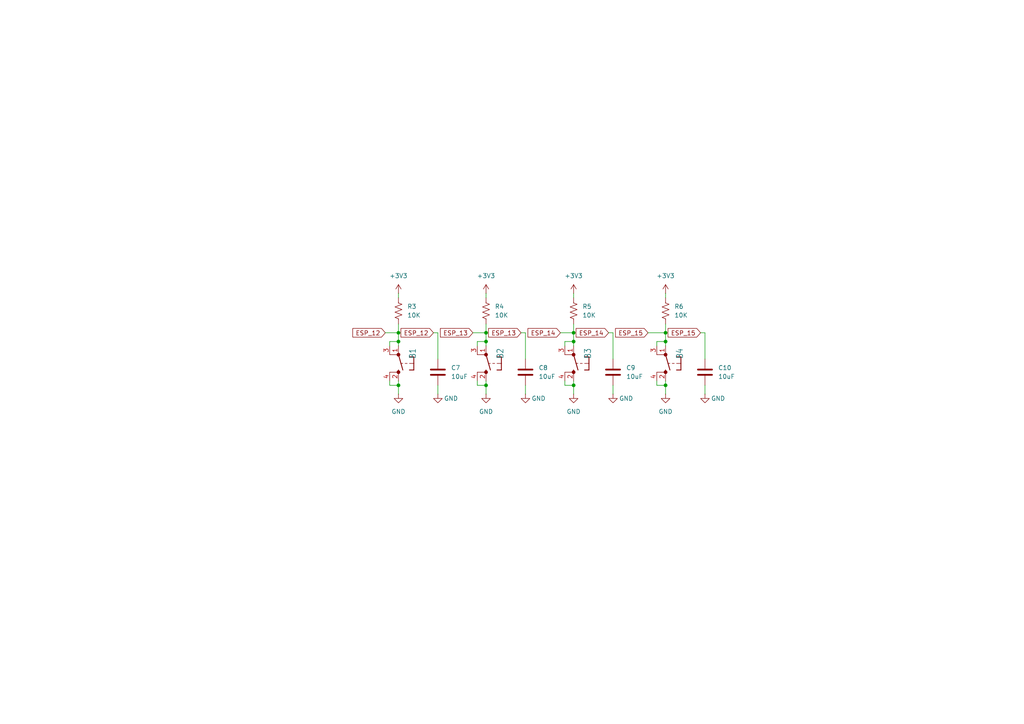
<source format=kicad_sch>
(kicad_sch (version 20231120) (generator "eeschema") (generator_version "8.0")
  (paper "A4")
  (lib_symbols
    (symbol "Device:C" (pin_numbers hide) (pin_names (offset 0.254))
      (property "Reference" "C" (at 0.635 2.54 0))
      (property "Value" "C" (at 0.635 -2.54 0))
      (symbol "C_0_1"
        (polyline (pts (xy -2.032 -0.762) (xy 2.032 -0.762)) (stroke (width 0.508)))
        (polyline (pts (xy -2.032 0.762) (xy 2.032 0.762)) (stroke (width 0.508)))
      )
      (symbol "C_1_1"
        (pin passive line (at 0 3.81 270) (length 2.794) (name "~") (number "1"))
        (pin passive line (at 0 -3.81 90) (length 2.794) (name "~") (number "2"))
      )
    )
    (symbol "Device:R_US" (pin_numbers hide) (pin_names (offset 0))
      (property "Reference" "R" (at 2.54 0 90))
      (property "Value" "R_US" (at -2.54 0 90))
      (symbol "R_US_0_1"
        (polyline (pts (xy 0 -2.286) (xy 0 -2.54)))
        (polyline (pts (xy 0 2.286) (xy 0 2.54)))
        (polyline (pts (xy 0 -0.762) (xy 1.016 -1.143) (xy 0 -1.524) (xy -1.016 -1.905) (xy 0 -2.286)))
        (polyline (pts (xy 0 0.762) (xy 1.016 0.381) (xy 0 0) (xy -1.016 -0.381) (xy 0 -0.762)))
        (polyline (pts (xy 0 2.286) (xy 1.016 1.905) (xy 0 1.524) (xy -1.016 1.143) (xy 0 0.762)))
      )
      (symbol "R_US_1_1"
        (pin passive line (at 0 3.81 270) (length 1.27) (name "~") (number "1"))
        (pin passive line (at 0 -3.81 90) (length 1.27) (name "~") (number "2"))
      )
    )
    (symbol "SPST_TACTEVQQ2_1"
      (property "Reference" "B1" (at -5.08 -1.27 90))
      (symbol "SPST_TACTEVQQ2_1_1_0"
        (circle (center 0 -2.54) (radius 0.127) (stroke (width 0.4064)))
        (polyline (pts (xy -4.445 -1.905) (xy -3.175 -1.905)) (stroke (width 0.254)))
        (polyline (pts (xy -4.445 0) (xy -4.445 -1.905)) (stroke (width 0.254)))
        (polyline (pts (xy -4.445 0) (xy -3.175 0)) (stroke (width 0.1524)))
        (polyline (pts (xy -4.445 1.905) (xy -4.445 0)) (stroke (width 0.254)))
        (polyline (pts (xy -4.445 1.905) (xy -3.175 1.905)) (stroke (width 0.254)))
        (polyline (pts (xy -2.54 0) (xy -1.905 0)) (stroke (width 0.1524)))
        (polyline (pts (xy -1.27 0) (xy -0.635 0)) (stroke (width 0.1524)))
        (polyline (pts (xy 0 -2.54) (xy -1.27 1.905)) (stroke (width 0.254)))
        (polyline (pts (xy 0 1.905) (xy 0 2.54)) (stroke (width 0.254)))
        (polyline (pts (xy 2.54 -2.54) (xy 0 -2.54)) (stroke (width 0.1524)))
        (polyline (pts (xy 2.54 2.54) (xy 0 2.54)) (stroke (width 0.1524)))
        (circle (center 0 2.54) (radius 0.127) (stroke (width 0.4064)))
        (pin passive line (at 0 -5.08 90) (length 2.54) (name "1") (number "1"))
        (pin passive line (at 0 5.08 270) (length 2.54) (name "2") (number "2"))
        (pin passive line (at 2.54 -5.08 90) (length 2.54) (name "3") (number "3"))
        (pin passive line (at 2.54 5.08 270) (length 2.54) (name "4") (number "4"))
      )
    )
    (symbol "power:+3V3" (power) (pin_numbers hide) (pin_names (offset 0) hide)
      (property "Value" "+3V3" (at 0 3.556 0))
      (symbol "+3V3_0_1"
        (polyline (pts (xy -0.762 1.27) (xy 0 2.54)))
        (polyline (pts (xy 0 0) (xy 0 2.54)))
        (polyline (pts (xy 0 2.54) (xy 0.762 1.27)))
      )
      (symbol "+3V3_1_1"
        (pin power_in line (at 0 0 90) (length 0) (name "~") (number "1"))
      )
    )
    (symbol "power:GND" (power) (pin_numbers hide) (pin_names (offset 0) hide)
      (property "Value" "GND" (at 0 -3.81 0))
      (symbol "GND_0_1"
        (polyline (pts (xy 0 0) (xy 0 -1.27) (xy 1.27 -1.27) (xy 0 -2.54) (xy -1.27 -1.27) (xy 0 -1.27)))
      )
      (symbol "GND_1_1"
        (pin power_in line (at 0 0 270) (length 0) (name "~") (number "1"))
      )
    )
  )
  (junction (at 193.04 99.06))
  (junction (at 166.37 111.76))
  (junction (at 115.57 111.76))
  (junction (at 140.97 96.52))
  (junction (at 166.37 96.52))
  (junction (at 166.37 99.06))
  (junction (at 193.04 111.76))
  (junction (at 140.97 111.76))
  (junction (at 115.57 99.06))
  (junction (at 193.04 96.52))
  (junction (at 140.97 99.06))
  (junction (at 115.57 96.52))
  (wire (pts (xy 177.8 96.52) (xy 176.53 96.52)))
  (wire (pts (xy 138.43 100.33) (xy 138.43 99.06)))
  (wire (pts (xy 115.57 110.49) (xy 115.57 111.76)))
  (wire (pts (xy 111.76 96.52) (xy 115.57 96.52)))
  (wire (pts (xy 190.5 100.33) (xy 190.5 99.06)))
  (wire (pts (xy 137.16 96.52) (xy 140.97 96.52)))
  (wire (pts (xy 113.03 111.76) (xy 115.57 111.76)))
  (wire (pts (xy 166.37 96.52) (xy 166.37 99.06)))
  (wire (pts (xy 115.57 99.06) (xy 115.57 100.33)))
  (wire (pts (xy 140.97 96.52) (xy 140.97 99.06)))
  (wire (pts (xy 138.43 111.76) (xy 140.97 111.76)))
  (wire (pts (xy 152.4 96.52) (xy 152.4 104.14)))
  (wire (pts (xy 204.47 96.52) (xy 203.2 96.52)))
  (wire (pts (xy 190.5 99.06) (xy 193.04 99.06)))
  (wire (pts (xy 140.97 99.06) (xy 140.97 100.33)))
  (wire (pts (xy 140.97 110.49) (xy 140.97 111.76)))
  (wire (pts (xy 138.43 99.06) (xy 140.97 99.06)))
  (wire (pts (xy 193.04 85.09) (xy 193.04 86.36)))
  (wire (pts (xy 115.57 111.76) (xy 115.57 114.3)))
  (wire (pts (xy 177.8 111.76) (xy 177.8 114.3)))
  (wire (pts (xy 113.03 110.49) (xy 113.03 111.76)))
  (wire (pts (xy 140.97 111.76) (xy 140.97 114.3)))
  (wire (pts (xy 204.47 111.76) (xy 204.47 114.3)))
  (wire (pts (xy 193.04 110.49) (xy 193.04 111.76)))
  (wire (pts (xy 166.37 111.76) (xy 166.37 114.3)))
  (wire (pts (xy 193.04 96.52) (xy 193.04 99.06)))
  (wire (pts (xy 113.03 99.06) (xy 115.57 99.06)))
  (wire (pts (xy 166.37 93.98) (xy 166.37 96.52)))
  (wire (pts (xy 113.03 100.33) (xy 113.03 99.06)))
  (wire (pts (xy 115.57 85.09) (xy 115.57 86.36)))
  (wire (pts (xy 138.43 110.49) (xy 138.43 111.76)))
  (wire (pts (xy 163.83 100.33) (xy 163.83 99.06)))
  (wire (pts (xy 115.57 93.98) (xy 115.57 96.52)))
  (wire (pts (xy 166.37 99.06) (xy 166.37 100.33)))
  (wire (pts (xy 177.8 96.52) (xy 177.8 104.14)))
  (wire (pts (xy 190.5 110.49) (xy 190.5 111.76)))
  (wire (pts (xy 162.56 96.52) (xy 166.37 96.52)))
  (wire (pts (xy 152.4 96.52) (xy 151.13 96.52)))
  (wire (pts (xy 166.37 110.49) (xy 166.37 111.76)))
  (wire (pts (xy 193.04 111.76) (xy 193.04 114.3)))
  (wire (pts (xy 166.37 85.09) (xy 166.37 86.36)))
  (wire (pts (xy 127 111.76) (xy 127 114.3)))
  (wire (pts (xy 127 96.52) (xy 125.73 96.52)))
  (wire (pts (xy 190.5 111.76) (xy 193.04 111.76)))
  (wire (pts (xy 140.97 85.09) (xy 140.97 86.36)))
  (wire (pts (xy 193.04 93.98) (xy 193.04 96.52)))
  (wire (pts (xy 115.57 96.52) (xy 115.57 99.06)))
  (wire (pts (xy 163.83 110.49) (xy 163.83 111.76)))
  (wire (pts (xy 152.4 111.76) (xy 152.4 114.3)))
  (wire (pts (xy 204.47 96.52) (xy 204.47 104.14)))
  (wire (pts (xy 163.83 111.76) (xy 166.37 111.76)))
  (wire (pts (xy 127 96.52) (xy 127 104.14)))
  (wire (pts (xy 140.97 93.98) (xy 140.97 96.52)))
  (wire (pts (xy 187.96 96.52) (xy 193.04 96.52)))
  (wire (pts (xy 193.04 99.06) (xy 193.04 100.33)))
  (wire (pts (xy 163.83 99.06) (xy 166.37 99.06)))
  (global_label "ESP_12" (shape input) (at 125.73 96.52 180) (property "Intersheetrefs" "${INTERSHEET_REFS}" (effects (hide yes))))
  (global_label "ESP_12" (shape input) (at 111.76 96.52 180) (property "Intersheetrefs" "${INTERSHEET_REFS}" (effects (hide yes))))
  (global_label "ESP_15" (shape input) (at 203.2 96.52 180) (property "Intersheetrefs" "${INTERSHEET_REFS}" (effects (hide yes))))
  (global_label "ESP_14" (shape input) (at 176.53 96.52 180) (property "Intersheetrefs" "${INTERSHEET_REFS}" (effects (hide yes))))
  (global_label "ESP_13" (shape input) (at 137.16 96.52 180) (property "Intersheetrefs" "${INTERSHEET_REFS}" (effects (hide yes))))
  (global_label "ESP_14" (shape input) (at 162.56 96.52 180) (property "Intersheetrefs" "${INTERSHEET_REFS}" (effects (hide yes))))
  (global_label "ESP_15" (shape input) (at 187.96 96.52 180) (property "Intersheetrefs" "${INTERSHEET_REFS}" (effects (hide yes))))
  (global_label "ESP_13" (shape input) (at 151.13 96.52 180) (property "Intersheetrefs" "${INTERSHEET_REFS}" (effects (hide yes))))
  (symbol (lib_id "power:GND") (at 140.97 114.3 0) (unit 1)
    (property "Reference" "#PWR011" (effects (hide yes)))
    (property "Value" "GND" (at 140.97 119.38 0))
    (property "Description" "Power symbol creates a global label with name \"GND\" , ground" (effects (hide yes)))
  )
  (symbol (lib_id "power:GND") (at 193.04 114.3 0) (unit 1)
    (property "Reference" "#PWR017" (effects (hide yes)))
    (property "Value" "GND" (at 193.04 119.38 0))
    (property "Description" "Power symbol creates a global label with name \"GND\" , ground" (effects (hide yes)))
  )
  (symbol (lib_id "Device:R_US") (at 193.04 90.17 0) (unit 1)
    (property "Reference" "R6" (at 195.58 88.8999 0) (effects (justify left)))
    (property "Value" "10K" (at 195.58 91.4399 0) (effects (justify left)))
    (property "Footprint" "Resistor_SMD:R_0603_1608Metric_Pad0.98x0.95mm_HandSolder" (effects (hide yes)))
    (property "Description" "Resistor, US symbol" (effects (hide yes)))
  )
  (symbol (lib_id "power:+3V3") (at 193.04 85.09 0) (unit 1)
    (property "Reference" "#PWR016" (effects (hide yes)))
    (property "Value" "+3V3" (at 193.04 80.01 0))
    (property "Description" "Power symbol creates a global label with name \"+3V3\"" (effects (hide yes)))
  )
  (symbol (lib_id "Device:C") (at 177.8 107.95 0) (unit 1)
    (property "Reference" "C9" (at 181.61 106.6799 0) (effects (justify left)))
    (property "Value" "10uF" (at 181.61 109.2199 0) (effects (justify left)))
    (property "Footprint" "Capacitor_SMD:C_0603_1608Metric_Pad1.08x0.95mm_HandSolder" (effects (hide yes)))
    (property "Description" "Unpolarized capacitor" (effects (hide yes)))
  )
  (symbol (lib_id "Device:R_US") (at 166.37 90.17 0) (unit 1)
    (property "Reference" "R5" (at 168.91 88.8999 0) (effects (justify left)))
    (property "Value" "10K" (at 168.91 91.4399 0) (effects (justify left)))
    (property "Footprint" "Resistor_SMD:R_0603_1608Metric_Pad0.98x0.95mm_HandSolder" (effects (hide yes)))
    (property "Description" "Resistor, US symbol" (effects (hide yes)))
  )
  (symbol (lib_id "power:+3V3") (at 166.37 85.09 0) (unit 1)
    (property "Reference" "#PWR013" (effects (hide yes)))
    (property "Value" "+3V3" (at 166.37 80.01 0))
    (property "Description" "Power symbol creates a global label with name \"+3V3\"" (effects (hide yes)))
  )
  (symbol (lib_name "SPST_TACTEVQQ2_1") (lib_id "o-eagle-import:SPST_TACTEVQQ2") (at 193.04 105.41 180) (unit 1)
    (property "Reference" "B4" (at 198.12 104.14 90) (effects (font (size 1.778 1.5113)) (justify right top)))
    (property "Value" "SPST_TACTEVQQ2" (effects (hide yes)))
    (property "Footprint" "Button_Switch_SMD:SW_SPST_EVQQ2" (effects (hide yes)))
  )
  (symbol (lib_name "SPST_TACTEVQQ2_1") (lib_id "o-eagle-import:SPST_TACTEVQQ2") (at 140.97 105.41 180) (unit 1)
    (property "Reference" "B2" (at 146.05 104.14 90) (effects (font (size 1.778 1.5113)) (justify right top)))
    (property "Value" "SPST_TACTEVQQ2" (effects (hide yes)))
    (property "Footprint" "Button_Switch_SMD:SW_SPST_EVQQ2" (effects (hide yes)))
  )
  (symbol (lib_id "Device:C") (at 152.4 107.95 0) (unit 1)
    (property "Reference" "C8" (at 156.21 106.6799 0) (effects (justify left)))
    (property "Value" "10uF" (at 156.21 109.2199 0) (effects (justify left)))
    (property "Footprint" "Capacitor_SMD:C_0603_1608Metric_Pad1.08x0.95mm_HandSolder" (effects (hide yes)))
    (property "Description" "Unpolarized capacitor" (effects (hide yes)))
  )
  (symbol (lib_id "power:GND") (at 177.8 114.3 0) (unit 1)
    (property "Reference" "#PWR015" (effects (hide yes)))
    (property "Value" "GND" (at 181.61 115.57 0))
    (property "Description" "Power symbol creates a global label with name \"GND\" , ground" (effects (hide yes)))
  )
  (symbol (lib_id "power:+3V3") (at 115.57 85.09 0) (unit 1)
    (property "Reference" "#PWR07" (effects (hide yes)))
    (property "Value" "+3V3" (at 115.57 80.01 0))
    (property "Description" "Power symbol creates a global label with name \"+3V3\"" (effects (hide yes)))
  )
  (symbol (lib_name "SPST_TACTEVQQ2_1") (lib_id "o-eagle-import:SPST_TACTEVQQ2") (at 166.37 105.41 180) (unit 1)
    (property "Reference" "B3" (at 171.45 104.14 90) (effects (font (size 1.778 1.5113)) (justify right top)))
    (property "Value" "SPST_TACTEVQQ2" (effects (hide yes)))
    (property "Footprint" "Button_Switch_SMD:SW_SPST_EVQQ2" (effects (hide yes)))
  )
  (symbol (lib_id "power:GND") (at 127 114.3 0) (unit 1)
    (property "Reference" "#PWR09" (effects (hide yes)))
    (property "Value" "GND" (at 130.81 115.57 0))
    (property "Description" "Power symbol creates a global label with name \"GND\" , ground" (effects (hide yes)))
  )
  (symbol (lib_id "Device:C") (at 204.47 107.95 0) (unit 1)
    (property "Reference" "C10" (at 208.28 106.6799 0) (effects (justify left)))
    (property "Value" "10uF" (at 208.28 109.2199 0) (effects (justify left)))
    (property "Footprint" "Capacitor_SMD:C_0603_1608Metric_Pad1.08x0.95mm_HandSolder" (effects (hide yes)))
    (property "Description" "Unpolarized capacitor" (effects (hide yes)))
  )
  (symbol (lib_id "power:GND") (at 166.37 114.3 0) (unit 1)
    (property "Reference" "#PWR014" (effects (hide yes)))
    (property "Value" "GND" (at 166.37 119.38 0))
    (property "Description" "Power symbol creates a global label with name \"GND\" , ground" (effects (hide yes)))
  )
  (symbol (lib_id "power:GND") (at 204.47 114.3 0) (unit 1)
    (property "Reference" "#PWR018" (effects (hide yes)))
    (property "Value" "GND" (at 208.28 115.57 0))
    (property "Description" "Power symbol creates a global label with name \"GND\" , ground" (effects (hide yes)))
  )
  (symbol (lib_name "SPST_TACTEVQQ2_1") (lib_id "o-eagle-import:SPST_TACTEVQQ2") (at 115.57 105.41 180) (unit 1)
    (property "Reference" "B1" (at 120.65 104.14 90) (effects (font (size 1.778 1.5113)) (justify right top)))
    (property "Value" "SPST_TACTEVQQ2" (effects (hide yes)))
    (property "Footprint" "Button_Switch_SMD:SW_SPST_EVQQ2" (effects (hide yes)))
  )
  (symbol (lib_id "Device:R_US") (at 140.97 90.17 0) (unit 1)
    (property "Reference" "R4" (at 143.51 88.8999 0) (effects (justify left)))
    (property "Value" "10K" (at 143.51 91.4399 0) (effects (justify left)))
    (property "Footprint" "Resistor_SMD:R_0603_1608Metric_Pad0.98x0.95mm_HandSolder" (effects (hide yes)))
    (property "Description" "Resistor, US symbol" (effects (hide yes)))
  )
  (symbol (lib_id "Device:R_US") (at 115.57 90.17 0) (unit 1)
    (property "Reference" "R3" (at 118.11 88.8999 0) (effects (justify left)))
    (property "Value" "10K" (at 118.11 91.4399 0) (effects (justify left)))
    (property "Footprint" "Resistor_SMD:R_0603_1608Metric_Pad0.98x0.95mm_HandSolder" (effects (hide yes)))
    (property "Description" "Resistor, US symbol" (effects (hide yes)))
  )
  (symbol (lib_id "power:GND") (at 152.4 114.3 0) (unit 1)
    (property "Reference" "#PWR012" (effects (hide yes)))
    (property "Value" "GND" (at 156.21 115.57 0))
    (property "Description" "Power symbol creates a global label with name \"GND\" , ground" (effects (hide yes)))
  )
  (symbol (lib_id "power:+3V3") (at 140.97 85.09 0) (unit 1)
    (property "Reference" "#PWR010" (effects (hide yes)))
    (property "Value" "+3V3" (at 140.97 80.01 0))
    (property "Description" "Power symbol creates a global label with name \"+3V3\"" (effects (hide yes)))
  )
  (symbol (lib_id "power:GND") (at 115.57 114.3 0) (unit 1)
    (property "Reference" "#PWR08" (effects (hide yes)))
    (property "Value" "GND" (at 115.57 119.38 0))
    (property "Description" "Power symbol creates a global label with name \"GND\" , ground" (effects (hide yes)))
  )
  (symbol (lib_id "Device:C") (at 127 107.95 0) (unit 1)
    (property "Reference" "C7" (at 130.81 106.6799 0) (effects (justify left)))
    (property "Value" "10uF" (at 130.81 109.2199 0) (effects (justify left)))
    (property "Footprint" "Capacitor_SMD:C_0603_1608Metric_Pad1.08x0.95mm_HandSolder" (effects (hide yes)))
    (property "Description" "Unpolarized capacitor" (effects (hide yes)))
  )
)
</source>
